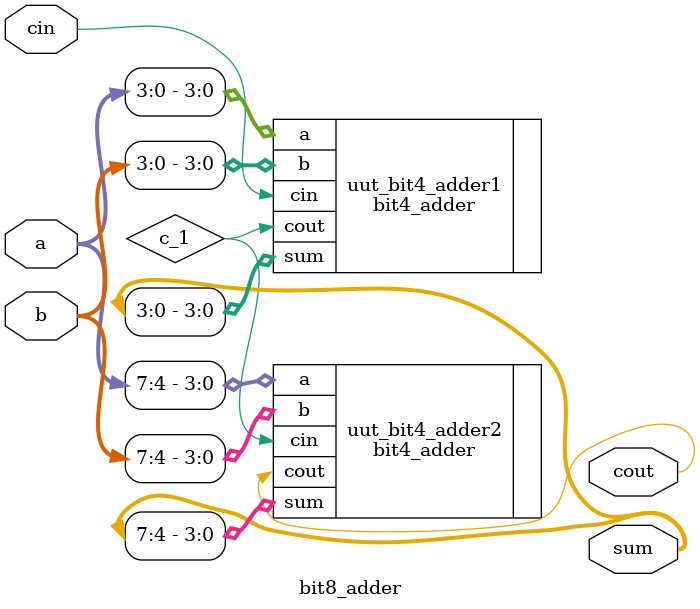
<source format=v>
module bit8_adder(
    input [7:0]a,
    input [7:0]b,
    input cin,
    output [7:0]sum,
    output cout
);
wire c_1;


bit4_adder uut_bit4_adder1 (
    .a(a[3:0]),
    .b(b[3:0]),
    .cin(cin),
    .sum(sum[3:0]),
    .cout(c_1)
);

bit4_adder uut_bit4_adder2 (
    .a(a[7:4]),
    .b(b[7:4]),
    .cin(c_1),
    .sum(sum[7:4]),
    .cout(cout)
);




endmodule
</source>
